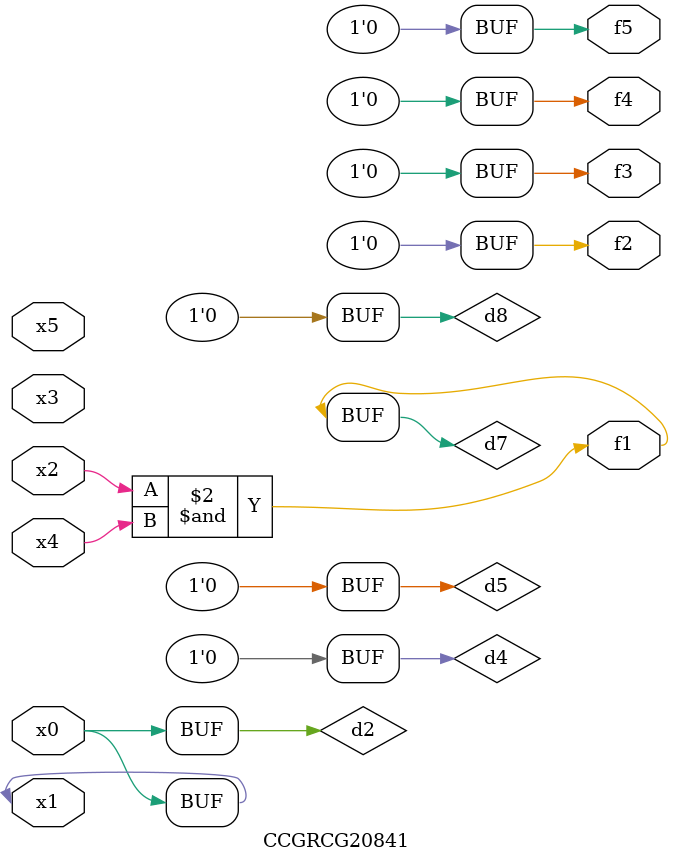
<source format=v>
module CCGRCG20841(
	input x0, x1, x2, x3, x4, x5,
	output f1, f2, f3, f4, f5
);

	wire d1, d2, d3, d4, d5, d6, d7, d8, d9;

	nand (d1, x1);
	buf (d2, x0, x1);
	nand (d3, x2, x4);
	and (d4, d1, d2);
	and (d5, d1, d2);
	nand (d6, d1, d3);
	not (d7, d3);
	xor (d8, d5);
	nor (d9, d5, d6);
	assign f1 = d7;
	assign f2 = d8;
	assign f3 = d8;
	assign f4 = d8;
	assign f5 = d8;
endmodule

</source>
